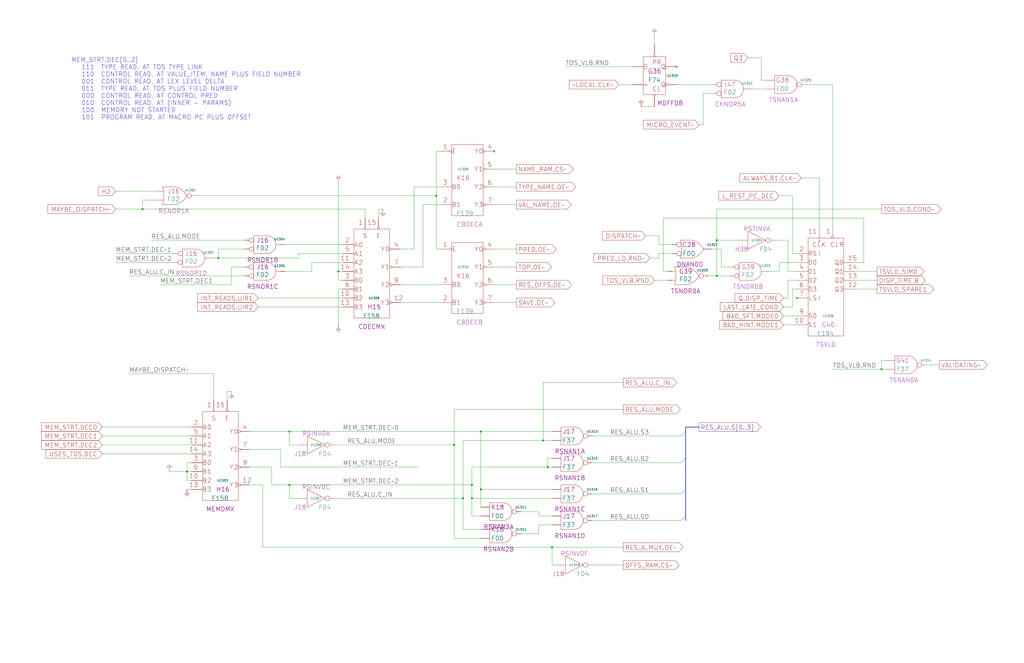
<source format=kicad_sch>
(kicad_sch (version 20211123) (generator eeschema)
  (paper "User" 584.2 378.46)
  (title_block (title "CS DISPLAY REGISTER CONTROL") (date "22-MAY-90") (rev "1.0") (comment 1 "SEQUENCER") (comment 2 "232-003064") (comment 3 "S400") (comment 4 "RELEASED"))
  (lib_symbols
    (symbol "r1000:F00" (pin_numbers hide) (pin_names hide)
      (property "Reference" "U" (at 15.24 0 0))
      (property "Value" "F00" (at 1.905 -5.08 0))
      (property "Location" "___" (at 1.905 0 0))
      (property "Name" "______" (at 2.54 -12.7 0))
      (symbol "F00_0_1"
        (polyline (pts (xy -2.54 -7.62) (xy 5.08 -7.62)) (stroke (width 0.1524)))
        (polyline (pts (xy -2.54 2.54) (xy -2.54 -7.62)) (stroke (width 0.1524)))
        (polyline (pts (xy -2.54 2.54) (xy 5.08 2.54)) (stroke (width 0.1524)))
        (arc (start 5.08 -7.62) (mid 10.1282 -2.54) (end 5.08 2.54) (stroke (width 0.1524)))
        (circle (center 11.43 -2.54) (radius 1.27) (stroke (width 0.1524)))
      )
      (symbol "F00_0_2"
        (circle (center -3.81 -5.08) (radius 1.27) (stroke (width 0.1524)))
        (circle (center -3.81 0) (radius 1.27) (stroke (width 0.1524)))
        (arc (start -3.175 -7.62) (mid -2.134 -2.54) (end -3.175 2.54) (stroke (width 0.1524)))
        (polyline (pts (xy -3.175 -7.62) (xy 3.81 -7.62)) (stroke (width 0.1524)))
        (polyline (pts (xy -3.175 2.54) (xy 3.81 2.54)) (stroke (width 0.1524)))
        (arc (start 3.81 -7.62) (mid 7.5855 -5.8306) (end 10.16 -2.54) (stroke (width 0.1524)))
        (arc (start 10.16 -2.54) (mid 7.5827 0.7471) (end 3.81 2.54) (stroke (width 0.1524)))
      )
      (symbol "F00_1_1"
        (pin input line (at -7.62 0 0) (length 5.08) (name "D0") (number "1"))
        (pin input line (at -7.62 -5.08 0) (length 5.08) (name "D1") (number "2"))
        (pin output line (at 15.24 -2.54 180) (length 2.54) (name "Q") (number "3"))
      )
      (symbol "F00_1_2"
        (pin input line (at -7.62 0 0) (length 2.54) (name "D0") (number "1"))
        (pin input line (at -7.62 -5.08 0) (length 2.54) (name "D1") (number "2"))
        (pin output line (at 15.24 -2.54 180) (length 5.08) (name "Q") (number "3"))
      )
    )
    (symbol "r1000:F02" (pin_numbers hide) (pin_names hide)
      (property "Reference" "U" (at 12.16 0.635 0))
      (property "Value" "F02" (at -1.27 -4.445 0))
      (property "Location" "___" (at 2.54 0 0))
      (property "Name" "______" (at 2.54 -12.7 0))
      (symbol "F02_0_1"
        (arc (start -3.81 -7.62) (mid -2.9847 -2.54) (end -3.81 2.54) (stroke (width 0.1524)))
        (polyline (pts (xy -5.08 -5.08) (xy -3.175 -5.08)) (stroke (width 0.1524)))
        (polyline (pts (xy -5.08 0) (xy -3.175 0)) (stroke (width 0.1524)))
        (polyline (pts (xy -3.81 -7.62) (xy 2.54 -7.62)) (stroke (width 0.1524)))
        (polyline (pts (xy -3.81 2.54) (xy 2.54 2.54)) (stroke (width 0.1524)))
        (polyline (pts (xy 13.97 -2.54) (xy 12.7 -2.54)) (stroke (width 0.1524)))
        (arc (start 2.54 -7.62) (mid 6.9515 -5.9823) (end 10.16 -2.54) (stroke (width 0.1524)))
        (arc (start 10.16 -2.54) (mid 6.9478 0.8966) (end 2.54 2.54) (stroke (width 0.1524)))
        (circle (center 11.43 -2.54) (radius 1.27) (stroke (width 0.1524)))
      )
      (symbol "F02_0_2"
        (circle (center -3.81 -5.08) (radius 1.27) (stroke (width 0.1524)))
        (circle (center -3.81 0) (radius 1.27) (stroke (width 0.1524)))
        (polyline (pts (xy -2.54 -7.62) (xy 5.08 -7.62)) (stroke (width 0.1524)))
        (polyline (pts (xy -2.54 2.54) (xy -2.54 -7.62)) (stroke (width 0.1524)))
        (polyline (pts (xy -2.54 2.54) (xy 5.08 2.54)) (stroke (width 0.1524)))
        (polyline (pts (xy 11.43 -2.54) (xy 10.16 -2.54)) (stroke (width 0.1524)))
        (polyline (pts (xy 11.43 -2.54) (xy 12.7 -2.54)) (stroke (width 0.1524)))
        (arc (start 5.08 -7.62) (mid 10.1282 -2.54) (end 5.08 2.54) (stroke (width 0.1524)))
      )
      (symbol "F02_1_1"
        (pin input line (at -7.62 0 0) (length 2.54) (name "D0") (number "1"))
        (pin input line (at -7.62 -5.08 0) (length 2.54) (name "D1") (number "2"))
        (pin output line (at 15.24 -2.54 180) (length 1.27) (name "Q") (number "3"))
      )
      (symbol "F02_1_2"
        (pin input line (at -7.62 0 0) (length 2.54) (name "D0") (number "1"))
        (pin input line (at -7.62 -5.08 0) (length 2.54) (name "D1") (number "2"))
        (pin output line (at 15.24 -2.54 180) (length 2.54) (name "Q") (number "3"))
      )
    )
    (symbol "r1000:F04" (pin_numbers hide) (pin_names hide)
      (property "Reference" "U" (at 0 0 0))
      (property "Value" "F04" (at 1.27 -5.08 0))
      (property "Location" "___" (at -12.7 -5.08 0))
      (property "Name" "______" (at 0 5.08 0))
      (symbol "F04_0_1"
        (polyline (pts (xy -7.62 0) (xy -5.08 0)) (stroke (width 0.1524)))
        (polyline (pts (xy -5.08 5.08) (xy -5.08 -5.08)) (stroke (width 0.1524)))
        (polyline (pts (xy 5.08 0) (xy -5.08 -5.08)) (stroke (width 0.1524)))
        (polyline (pts (xy 5.08 0) (xy -5.08 5.08)) (stroke (width 0.1524)))
        (circle (center 6.35 0) (radius 1.27) (stroke (width 0.1524)))
      )
      (symbol "F04_1_1"
        (pin input line (at -10.16 0 0) (length 2.54) (name "D") (number "1"))
        (pin output line (at 10.16 0 180) (length 2.54) (name "Q") (number "2"))
      )
    )
    (symbol "r1000:F139" (pin_numbers hide) (pin_names (offset 1.016) hide)
      (property "Reference" "U" (at 2.54 5.08 0))
      (property "Value" "F139" (at -1.27 -20.32 0))
      (property "Location" "___" (at -1.27 0 0))
      (property "Name" "______" (at 6.35 -27.94 0))
      (symbol "F139_1_1"
        (circle (center -4.445 15.24) (radius 0.635))
        (rectangle (start -3.81 19.05) (end 13.97 -21.59))
        (circle (center 14.605 -15.24) (radius 0.635))
        (circle (center 14.605 -5.08) (radius 0.635))
        (circle (center 14.605 5.08) (radius 0.635))
        (circle (center 14.605 15.24) (radius 0.635))
        (text "0" (at 0 -5.08 0) (effects (font (size 2.54 2.54))))
        (text "0" (at 12.7 15.24 0) (effects (font (size 2.54 2.54))))
        (text "1" (at -7.62 17.78 0) (effects (font (size 2.54 2.54))))
        (text "1" (at 0 -15.24 0) (effects (font (size 2.54 2.54))))
        (text "1" (at 12.7 5.08 0) (effects (font (size 2.54 2.54))))
        (text "2" (at -7.62 -12.7 0) (effects (font (size 2.54 2.54))))
        (text "2" (at 12.7 -5.08 0) (effects (font (size 2.54 2.54))))
        (text "3" (at -7.62 -2.54 0) (effects (font (size 2.54 2.54))))
        (text "3" (at 12.7 -15.24 0) (effects (font (size 2.54 2.54))))
        (text "4" (at 17.78 17.78 0) (effects (font (size 2.54 2.54))))
        (text "5" (at 17.78 7.62 0) (effects (font (size 2.54 2.54))))
        (text "6" (at 17.78 -2.54 0) (effects (font (size 2.54 2.54))))
        (text "7" (at 17.78 -12.7 0) (effects (font (size 2.54 2.54))))
        (text "B" (at -2.54 -15.24 0) (effects (font (size 2.54 2.54))))
        (text "B" (at -2.54 -5.08 0) (effects (font (size 2.54 2.54))))
        (text "E" (at -2.54 15.24 0) (effects (font (size 2.54 2.54))))
        (text "Y" (at 10.16 -15.24 0) (effects (font (size 2.54 2.54))))
        (text "Y" (at 10.16 -5.08 0) (effects (font (size 2.54 2.54))))
        (text "Y" (at 10.16 5.08 0) (effects (font (size 2.54 2.54))))
        (text "Y" (at 10.16 15.24 0) (effects (font (size 2.54 2.54))))
        (pin input line (at -10.16 15.24 0) (length 5.08) (name "E_") (number "1"))
        (pin input line (at -10.16 -15.24 0) (length 6.35) (name "B1") (number "2"))
        (pin input line (at -10.16 -5.08 0) (length 6.35) (name "B0") (number "3"))
        (pin output line (at 20.32 15.24 180) (length 5.08) (name "Y0_") (number "4"))
        (pin output line (at 20.32 5.08 180) (length 5.08) (name "Y1_") (number "5"))
        (pin output line (at 20.32 -5.08 180) (length 5.08) (name "Y2_") (number "6"))
        (pin output line (at 20.32 -15.24 180) (length 5.08) (name "Y3_") (number "7"))
      )
    )
    (symbol "r1000:F158" (pin_numbers hide) (pin_names (offset 1.016) hide)
      (property "Reference" "U" (at 2.54 5.08 0))
      (property "Value" "F158" (at -3.81 -5.08 0))
      (property "Location" "___" (at -1.27 0 0))
      (property "Name" "______" (at 1.27 -12.7 0))
      (symbol "F158_1_1"
        (rectangle (start -8.89 44.45) (end 11.43 -6.35))
        (circle (center 5.08 45.085) (radius 0.635))
        (circle (center 12.065 2.54) (radius 0.635))
        (circle (center 12.065 12.7) (radius 0.635))
        (circle (center 12.065 22.86) (radius 0.635))
        (circle (center 12.065 33.02) (radius 0.635))
        (text "0" (at -12.7 7.62 0) (effects (font (size 2.54 2.54))))
        (text "0" (at -5.08 15.24 0) (effects (font (size 2.54 2.54))))
        (text "0" (at -5.08 35.56 0) (effects (font (size 2.54 2.54))))
        (text "0" (at 10.16 33.02 0) (effects (font (size 2.54 2.54))))
        (text "1" (at -15.24 2.54 0) (effects (font (size 2.54 2.54))))
        (text "1" (at -15.24 7.62 0) (effects (font (size 2.54 2.54))))
        (text "1" (at -15.24 22.86 0) (effects (font (size 2.54 2.54))))
        (text "1" (at -15.24 27.94 0) (effects (font (size 2.54 2.54))))
        (text "1" (at -12.7 27.94 0) (effects (font (size 2.54 2.54))))
        (text "1" (at -5.08 10.16 0) (effects (font (size 2.54 2.54))))
        (text "1" (at -5.08 30.48 0) (effects (font (size 2.54 2.54))))
        (text "1" (at -5.08 48.26 0) (effects (font (size 2.54 2.54))))
        (text "1" (at 0 48.26 0) (effects (font (size 2.54 2.54))))
        (text "1" (at 10.16 22.86 0) (effects (font (size 2.54 2.54))))
        (text "1" (at 15.24 5.08 0) (effects (font (size 2.54 2.54))))
        (text "2" (at -12.7 38.1 0) (effects (font (size 2.54 2.54))))
        (text "2" (at -5.08 5.08 0) (effects (font (size 2.54 2.54))))
        (text "2" (at -5.08 25.4 0) (effects (font (size 2.54 2.54))))
        (text "2" (at 10.16 12.7 0) (effects (font (size 2.54 2.54))))
        (text "2" (at 17.78 5.08 0) (effects (font (size 2.54 2.54))))
        (text "3" (at -12.7 2.54 0) (effects (font (size 2.54 2.54))))
        (text "3" (at -12.7 17.78 0) (effects (font (size 2.54 2.54))))
        (text "3" (at -5.08 0 0) (effects (font (size 2.54 2.54))))
        (text "3" (at -5.08 20.32 0) (effects (font (size 2.54 2.54))))
        (text "3" (at 10.16 2.54 0) (effects (font (size 2.54 2.54))))
        (text "4" (at -12.7 22.86 0) (effects (font (size 2.54 2.54))))
        (text "4" (at 15.24 35.56 0) (effects (font (size 2.54 2.54))))
        (text "5" (at -12.7 33.02 0) (effects (font (size 2.54 2.54))))
        (text "5" (at 2.54 48.26 0) (effects (font (size 2.54 2.54))))
        (text "6" (at -12.7 12.7 0) (effects (font (size 2.54 2.54))))
        (text "7" (at 15.24 25.4 0) (effects (font (size 2.54 2.54))))
        (text "9" (at 15.24 15.24 0) (effects (font (size 2.54 2.54))))
        (text "A" (at -7.62 20.32 0) (effects (font (size 2.54 2.54))))
        (text "A" (at -7.62 25.4 0) (effects (font (size 2.54 2.54))))
        (text "A" (at -7.62 30.48 0) (effects (font (size 2.54 2.54))))
        (text "A" (at -7.62 35.56 0) (effects (font (size 2.54 2.54))))
        (text "B" (at -7.62 0 0) (effects (font (size 2.54 2.54))))
        (text "B" (at -7.62 5.08 0) (effects (font (size 2.54 2.54))))
        (text "B" (at -7.62 10.16 0) (effects (font (size 2.54 2.54))))
        (text "B" (at -7.62 15.24 0) (effects (font (size 2.54 2.54))))
        (text "E" (at 5.08 40.64 0) (effects (font (size 2.54 2.54))))
        (text "S" (at -2.54 40.64 0) (effects (font (size 2.54 2.54))))
        (text "Y" (at 7.62 2.54 0) (effects (font (size 2.54 2.54))))
        (text "Y" (at 7.62 12.7 0) (effects (font (size 2.54 2.54))))
        (text "Y" (at 7.62 22.86 0) (effects (font (size 2.54 2.54))))
        (text "Y" (at 7.62 33.02 0) (effects (font (size 2.54 2.54))))
        (pin input line (at -2.54 50.8 270) (length 6.35) (name "S") (number "1"))
        (pin input line (at -15.24 5.08 0) (length 6.35) (name "B2") (number "10"))
        (pin input line (at -15.24 25.4 0) (length 6.35) (name "A2") (number "11"))
        (pin output line (at 17.78 2.54 180) (length 5.08) (name "Y3_") (number "12"))
        (pin input line (at -15.24 0 0) (length 6.35) (name "B3") (number "13"))
        (pin input line (at -15.24 20.32 0) (length 6.35) (name "A3") (number "14"))
        (pin input line (at 5.08 50.8 270) (length 5.08) (name "E_") (number "15"))
        (pin input line (at -15.24 35.56 0) (length 6.35) (name "A0") (number "2"))
        (pin input line (at -15.24 15.24 0) (length 6.35) (name "B0") (number "3"))
        (pin output line (at 17.78 33.02 180) (length 5.08) (name "Y0_") (number "4"))
        (pin input line (at -15.24 30.48 0) (length 6.35) (name "A1") (number "5"))
        (pin input line (at -15.24 10.16 0) (length 6.35) (name "B1") (number "6"))
        (pin output line (at 17.78 22.86 180) (length 5.08) (name "Y1_") (number "7"))
        (pin output line (at 17.78 12.7 180) (length 5.08) (name "Y2_") (number "9"))
      )
    )
    (symbol "r1000:F194" (pin_numbers hide) (pin_names (offset 1.016) hide)
      (property "Reference" "U" (at 2.54 5.08 0))
      (property "Value" "F194" (at -3.81 -5.08 0))
      (property "Location" "___" (at -1.27 0 0))
      (property "Name" "______" (at 1.27 -12.7 0))
      (symbol "F194_1_1"
        (rectangle (start -8.89 49.53) (end 11.43 -6.35))
        (circle (center 5.08 50.165) (radius 0.635))
        (text "0" (at -12.7 2.54 0) (effects (font (size 2.54 2.54))))
        (text "0" (at -5.08 5.08 0) (effects (font (size 2.54 2.54))))
        (text "0" (at -5.08 35.56 0) (effects (font (size 2.54 2.54))))
        (text "0" (at 10.16 35.56 0) (effects (font (size 2.54 2.54))))
        (text "1" (at -15.24 2.54 0) (effects (font (size 2.54 2.54))))
        (text "1" (at -7.62 53.34 0) (effects (font (size 2.54 2.54))))
        (text "1" (at -5.08 0 0) (effects (font (size 2.54 2.54))))
        (text "1" (at -5.08 30.48 0) (effects (font (size 2.54 2.54))))
        (text "1" (at -5.08 53.34 0) (effects (font (size 2.54 2.54))))
        (text "1" (at 2.54 53.34 0) (effects (font (size 2.54 2.54))))
        (text "1" (at 10.16 30.48 0) (effects (font (size 2.54 2.54))))
        (text "1" (at 15.24 22.86 0) (effects (font (size 2.54 2.54))))
        (text "1" (at 15.24 27.94 0) (effects (font (size 2.54 2.54))))
        (text "1" (at 15.24 33.02 0) (effects (font (size 2.54 2.54))))
        (text "1" (at 15.24 38.1 0) (effects (font (size 2.54 2.54))))
        (text "2" (at -12.7 43.18 0) (effects (font (size 2.54 2.54))))
        (text "2" (at -5.08 25.4 0) (effects (font (size 2.54 2.54))))
        (text "2" (at 10.16 25.4 0) (effects (font (size 2.54 2.54))))
        (text "2" (at 17.78 22.86 0) (effects (font (size 2.54 2.54))))
        (text "3" (at -12.7 38.1 0) (effects (font (size 2.54 2.54))))
        (text "3" (at -5.08 20.32 0) (effects (font (size 2.54 2.54))))
        (text "3" (at 10.16 20.32 0) (effects (font (size 2.54 2.54))))
        (text "3" (at 17.78 27.94 0) (effects (font (size 2.54 2.54))))
        (text "4" (at -12.7 33.02 0) (effects (font (size 2.54 2.54))))
        (text "4" (at 17.78 33.02 0) (effects (font (size 2.54 2.54))))
        (text "5" (at -12.7 27.94 0) (effects (font (size 2.54 2.54))))
        (text "5" (at 17.78 38.1 0) (effects (font (size 2.54 2.54))))
        (text "6" (at -12.7 22.86 0) (effects (font (size 2.54 2.54))))
        (text "7" (at -12.7 17.78 0) (effects (font (size 2.54 2.54))))
        (text "9" (at -12.7 7.62 0) (effects (font (size 2.54 2.54))))
        (text "C" (at -5.08 45.72 0) (effects (font (size 2.54 2.54))))
        (text "C" (at 5.08 45.72 0) (effects (font (size 2.54 2.54))))
        (text "D" (at -7.62 20.32 0) (effects (font (size 2.54 2.54))))
        (text "D" (at -7.62 25.4 0) (effects (font (size 2.54 2.54))))
        (text "D" (at -7.62 30.48 0) (effects (font (size 2.54 2.54))))
        (text "D" (at -7.62 35.56 0) (effects (font (size 2.54 2.54))))
        (text "I" (at -2.54 15.24 0) (effects (font (size 2.54 2.54))))
        (text "I" (at -2.54 40.64 0) (effects (font (size 2.54 2.54))))
        (text "K" (at 0 45.72 0) (effects (font (size 2.54 2.54))))
        (text "L" (at -7.62 15.24 0) (effects (font (size 2.54 2.54))))
        (text "L" (at -2.54 45.72 0) (effects (font (size 2.54 2.54))))
        (text "L" (at 7.62 45.72 0) (effects (font (size 2.54 2.54))))
        (text "Q" (at 7.62 20.32 0) (effects (font (size 2.54 2.54))))
        (text "Q" (at 7.62 25.4 0) (effects (font (size 2.54 2.54))))
        (text "Q" (at 7.62 30.48 0) (effects (font (size 2.54 2.54))))
        (text "Q" (at 7.62 35.56 0) (effects (font (size 2.54 2.54))))
        (text "R" (at -7.62 40.64 0) (effects (font (size 2.54 2.54))))
        (text "R" (at 10.16 45.72 0) (effects (font (size 2.54 2.54))))
        (text "S" (at -7.62 0 0) (effects (font (size 2.54 2.54))))
        (text "S" (at -7.62 5.08 0) (effects (font (size 2.54 2.54))))
        (text "S" (at -5.08 15.24 0) (effects (font (size 2.54 2.54))))
        (text "S" (at -5.08 40.64 0) (effects (font (size 2.54 2.54))))
        (text "v" (at -2.54 48.26 0) (effects (font (size 2.54 2.54))))
        (pin input line (at 5.08 55.88 270) (length 5.08) (name "CLR_") (number "1"))
        (pin input line (at -15.24 0 0) (length 6.35) (name "S1") (number "10"))
        (pin input line (at -2.54 55.88 270) (length 6.35) (name "CLK") (number "11"))
        (pin output line (at 17.78 20.32 180) (length 6.35) (name "Q3") (number "12"))
        (pin output line (at 17.78 25.4 180) (length 6.35) (name "Q2") (number "13"))
        (pin output line (at 17.78 30.48 180) (length 6.35) (name "Q1") (number "14"))
        (pin output line (at 17.78 35.56 180) (length 6.35) (name "Q0") (number "15"))
        (pin input line (at -15.24 40.64 0) (length 6.35) (name "RSI") (number "2"))
        (pin input line (at -15.24 35.56 0) (length 6.35) (name "D0") (number "3"))
        (pin input line (at -15.24 30.48 0) (length 6.35) (name "D1") (number "4"))
        (pin input line (at -15.24 25.4 0) (length 6.35) (name "D2") (number "5"))
        (pin input line (at -15.24 20.32 0) (length 6.35) (name "D3") (number "6"))
        (pin input line (at -15.24 15.24 0) (length 6.35) (name "LSI") (number "7"))
        (pin input line (at -15.24 5.08 0) (length 6.35) (name "S0") (number "9"))
      )
    )
    (symbol "r1000:F37" (pin_numbers hide) (pin_names (offset 0) hide)
      (property "Reference" "U" (at 15.24 0 0))
      (property "Value" "F37" (at 1.905 -5.08 0))
      (property "Location" "___" (at 1.905 0 0))
      (property "Name" "______" (at 2.54 -12.7 0))
      (symbol "F37_0_1"
        (polyline (pts (xy -2.54 -7.62) (xy 5.08 -7.62)) (stroke (width 0.1524)))
        (polyline (pts (xy -2.54 2.54) (xy -2.54 -7.62)) (stroke (width 0.1524)))
        (polyline (pts (xy -2.54 2.54) (xy 5.08 2.54)) (stroke (width 0.1524)))
        (arc (start 5.08 -7.62) (mid 10.1282 -2.54) (end 5.08 2.54) (stroke (width 0.1524)))
        (circle (center 11.43 -2.54) (radius 1.27) (stroke (width 0.1524)))
      )
      (symbol "F37_0_2"
        (circle (center -3.81 -5.08) (radius 1.27) (stroke (width 0.1524)))
        (circle (center -3.81 0) (radius 1.27) (stroke (width 0.1524)))
        (arc (start -3.175 -7.62) (mid -2.134 -2.54) (end -3.175 2.54) (stroke (width 0.1524)))
        (polyline (pts (xy -3.175 -7.62) (xy 3.81 -7.62)) (stroke (width 0.1524)))
        (polyline (pts (xy -3.175 2.54) (xy 3.81 2.54)) (stroke (width 0.1524)))
        (arc (start 3.81 -7.62) (mid 7.5855 -5.8306) (end 10.16 -2.54) (stroke (width 0.1524)))
        (arc (start 10.16 -2.54) (mid 7.5827 0.7471) (end 3.81 2.54) (stroke (width 0.1524)))
      )
      (symbol "F37_1_1"
        (pin input line (at -7.62 0 0) (length 5.08) (name "D0") (number "1"))
        (pin input line (at -7.62 -5.08 0) (length 5.08) (name "D1") (number "2"))
        (pin output line (at 15.24 -2.54 180) (length 2.54) (name "Q") (number "3"))
      )
      (symbol "F37_1_2"
        (pin input line (at -7.62 0 0) (length 2.54) (name "D0") (number "1"))
        (pin input line (at -7.62 -5.08 0) (length 2.54) (name "D1") (number "2"))
        (pin output line (at 15.24 -2.54 180) (length 5.08) (name "Q") (number "3"))
      )
    )
    (symbol "r1000:F74" (pin_numbers hide) (pin_names (offset 1.016) hide)
      (property "Reference" "U" (at 12.7 -2.54 0))
      (property "Value" "F74" (at -1.27 -5.08 0))
      (property "Location" "___" (at -1.27 0 0))
      (property "Name" "______" (at 11.43 -19.685 0))
      (symbol "F74_0_1"
        (rectangle (start -3.81 8.255) (end 8.89 -13.335) (stroke (width 0.1524)))
        (polyline (pts (xy 2.54 -15.24) (xy 2.54 -14.605)) (stroke (width 0.1524)))
        (polyline (pts (xy 2.54 10.16) (xy 2.54 9.525)) (stroke (width 0.1524)))
      )
      (symbol "F74_1_1"
        (circle (center 2.54 -13.97) (radius 0.635))
        (circle (center 2.54 8.89) (radius 0.635))
        (circle (center 9.525 -7.62) (radius 0.635))
        (text ">" (at -2.54 -7.62 0) (effects (font (size 2.54 2.54))))
        (text "C" (at 2.54 -10.16 0) (effects (font (size 2.54 2.54))))
        (text "D" (at -2.54 2.54 0) (effects (font (size 2.54 2.54))))
        (text "L" (at 5.08 -10.16 0) (effects (font (size 2.54 2.54))))
        (text "P" (at 2.54 5.08 0) (effects (font (size 2.54 2.54))))
        (text "Q" (at 7.62 -7.62 0) (effects (font (size 2.54 2.54))))
        (text "Q" (at 7.62 2.54 0) (effects (font (size 2.54 2.54))))
        (text "R" (at 5.08 5.08 0) (effects (font (size 2.54 2.54))))
        (pin input line (at 2.54 -20.32 90) (length 5.08) (name "CL_") (number "1"))
        (pin input line (at -10.16 2.54 0) (length 6.35) (name "D") (number "2"))
        (pin input line (at -10.16 -7.62 0) (length 6.35) (name "CLK") (number "3"))
        (pin input line (at 2.54 15.24 270) (length 5.08) (name "PR_") (number "4"))
        (pin output line (at 15.24 2.54 180) (length 6.35) (name "Q") (number "5"))
        (pin output line (at 15.24 -7.62 180) (length 5.08) (name "Q_") (number "6"))
      )
    )
    (symbol "r1000:PD" (power) (pin_numbers hide) (pin_names hide) (in_bom no)
      (symbol "PD_0_1"
        (polyline (pts (xy 0 -2.54) (xy 1.27 -2.54) (xy 0 -3.81) (xy -1.27 -2.54) (xy 0 -2.54)) (stroke (width 0.1524)))
      )
      (symbol "PD_1_1"
        (pin power_in line (at 0 0 270) (length 2.54) (name "PD") (number "1"))
      )
    )
    (symbol "r1000:PU" (power) (pin_numbers hide) (pin_names hide)
      (symbol "PU_0_1"
        (polyline (pts (xy 0 2.54) (xy -1.27 2.54) (xy 0 3.81) (xy 1.27 2.54) (xy 0 2.54)) (stroke (width 0.1524)))
      )
      (symbol "PU_1_1"
        (pin power_in line (at 0 0 90) (length 2.54) (name "PU") (number "1"))
      )
    )
  )
  (bus (pts (xy 391.16 243.84) (xy 391.16 246.38)))
  (bus (pts (xy 391.16 243.84) (xy 398.78 243.84)))
  (bus (pts (xy 391.16 246.38) (xy 391.16 261.62)))
  (bus (pts (xy 391.16 261.62) (xy 391.16 279.4)))
  (bus (pts (xy 391.16 279.4) (xy 391.16 294.64)))
  (bus (pts (xy 391.16 294.64) (xy 391.16 297.18)))
  (wire (pts (xy 106.68 264.16) (xy 106.68 269.24)))
  (wire (pts (xy 106.68 269.24) (xy 106.68 274.32)))
  (wire (pts (xy 106.68 269.24) (xy 109.22 269.24)))
  (wire (pts (xy 106.68 279.4) (xy 109.22 279.4)))
  (wire (pts (xy 109.22 264.16) (xy 106.68 264.16)))
  (wire (pts (xy 109.22 274.32) (xy 106.68 274.32)))
  (wire (pts (xy 111.76 111.76) (xy 248.92 111.76)))
  (wire (pts (xy 121.92 228.6) (xy 121.92 213.36)))
  (wire (pts (xy 124.46 142.24) (xy 124.46 147.32)))
  (wire (pts (xy 124.46 147.32) (xy 121.92 147.32)))
  (wire (pts (xy 124.46 147.32) (xy 170.18 147.32)))
  (wire (pts (xy 129.54 223.52) (xy 129.54 228.6)))
  (wire (pts (xy 132.08 152.4) (xy 132.08 162.56)))
  (wire (pts (xy 132.08 162.56) (xy 91.44 162.56)))
  (wire (pts (xy 132.08 223.52) (xy 129.54 223.52)))
  (wire (pts (xy 139.7 142.24) (xy 124.46 142.24)))
  (wire (pts (xy 139.7 152.4) (xy 132.08 152.4)))
  (wire (pts (xy 142.24 246.38) (xy 165.1 246.38)))
  (wire (pts (xy 142.24 256.54) (xy 160.02 256.54)))
  (wire (pts (xy 142.24 266.7) (xy 154.94 266.7)))
  (wire (pts (xy 142.24 276.86) (xy 149.86 276.86)))
  (wire (pts (xy 147.32 170.18) (xy 195.58 170.18)))
  (wire (pts (xy 147.32 175.26) (xy 195.58 175.26)))
  (wire (pts (xy 149.86 276.86) (xy 149.86 312.42)))
  (wire (pts (xy 149.86 312.42) (xy 314.96 312.42)))
  (wire (pts (xy 154.94 266.7) (xy 154.94 276.86)))
  (wire (pts (xy 154.94 276.86) (xy 165.1 276.86)))
  (wire (pts (xy 160.02 256.54) (xy 160.02 266.7)))
  (wire (pts (xy 160.02 266.7) (xy 238.76 266.7)))
  (wire (pts (xy 162.56 139.7) (xy 195.58 139.7)))
  (wire (pts (xy 162.56 154.94) (xy 177.8 154.94)))
  (wire (pts (xy 165.1 246.38) (xy 165.1 254)))
  (wire (pts (xy 165.1 246.38) (xy 274.32 246.38)))
  (wire (pts (xy 165.1 254) (xy 170.18 254)))
  (wire (pts (xy 165.1 276.86) (xy 165.1 284.48)))
  (wire (pts (xy 165.1 276.86) (xy 269.24 276.86)))
  (wire (pts (xy 165.1 284.48) (xy 170.18 284.48)))
  (wire (pts (xy 170.18 144.78) (xy 170.18 147.32)))
  (wire (pts (xy 177.8 149.86) (xy 177.8 154.94)))
  (wire (pts (xy 190.5 254) (xy 259.08 254)))
  (wire (pts (xy 190.5 284.48) (xy 264.16 284.48)))
  (wire (pts (xy 193.04 154.94) (xy 193.04 104.14)))
  (wire (pts (xy 193.04 154.94) (xy 195.58 154.94)))
  (wire (pts (xy 193.04 160.02) (xy 193.04 154.94)))
  (wire (pts (xy 193.04 165.1) (xy 193.04 185.42)))
  (wire (pts (xy 195.58 144.78) (xy 170.18 144.78)))
  (wire (pts (xy 195.58 149.86) (xy 177.8 149.86)))
  (wire (pts (xy 195.58 160.02) (xy 193.04 160.02)))
  (wire (pts (xy 195.58 165.1) (xy 193.04 165.1)))
  (wire (pts (xy 208.28 124.46) (xy 208.28 119.38)))
  (wire (pts (xy 215.9 119.38) (xy 218.44 119.38)))
  (wire (pts (xy 215.9 124.46) (xy 215.9 119.38)))
  (wire (pts (xy 228.6 142.24) (xy 236.22 142.24)))
  (wire (pts (xy 228.6 152.4) (xy 241.3 152.4)))
  (wire (pts (xy 228.6 162.56) (xy 251.46 162.56)))
  (wire (pts (xy 228.6 172.72) (xy 251.46 172.72)))
  (wire (pts (xy 236.22 106.68) (xy 251.46 106.68)))
  (wire (pts (xy 236.22 142.24) (xy 236.22 106.68)))
  (wire (pts (xy 241.3 116.84) (xy 251.46 116.84)))
  (wire (pts (xy 241.3 152.4) (xy 241.3 116.84)))
  (wire (pts (xy 248.92 111.76) (xy 248.92 86.36)))
  (wire (pts (xy 248.92 142.24) (xy 248.92 111.76)))
  (wire (pts (xy 248.92 86.36) (xy 251.46 86.36)))
  (wire (pts (xy 251.46 142.24) (xy 248.92 142.24)))
  (wire (pts (xy 259.08 233.68) (xy 355.6 233.68)))
  (wire (pts (xy 259.08 254) (xy 259.08 233.68)))
  (wire (pts (xy 259.08 254) (xy 259.08 307.34)))
  (wire (pts (xy 259.08 307.34) (xy 274.32 307.34)))
  (wire (pts (xy 264.16 251.46) (xy 309.88 251.46)))
  (wire (pts (xy 264.16 284.48) (xy 264.16 251.46)))
  (wire (pts (xy 264.16 284.48) (xy 264.16 302.26)))
  (wire (pts (xy 264.16 302.26) (xy 274.32 302.26)))
  (wire (pts (xy 269.24 266.7) (xy 312.42 266.7)))
  (wire (pts (xy 269.24 276.86) (xy 269.24 266.7)))
  (wire (pts (xy 269.24 276.86) (xy 269.24 284.48)))
  (wire (pts (xy 269.24 284.48) (xy 269.24 294.64)))
  (wire (pts (xy 269.24 284.48) (xy 314.96 284.48)))
  (wire (pts (xy 269.24 294.64) (xy 274.32 294.64)))
  (wire (pts (xy 274.32 246.38) (xy 274.32 279.4)))
  (wire (pts (xy 274.32 246.38) (xy 314.96 246.38)))
  (wire (pts (xy 274.32 279.4) (xy 274.32 289.56)))
  (wire (pts (xy 274.32 279.4) (xy 314.96 279.4)))
  (wire (pts (xy 281.94 106.68) (xy 294.64 106.68)))
  (wire (pts (xy 281.94 116.84) (xy 294.64 116.84)))
  (wire (pts (xy 281.94 142.24) (xy 294.64 142.24)))
  (wire (pts (xy 281.94 152.4) (xy 294.64 152.4)))
  (wire (pts (xy 281.94 162.56) (xy 294.64 162.56)))
  (wire (pts (xy 281.94 172.72) (xy 294.64 172.72)))
  (wire (pts (xy 281.94 96.52) (xy 294.64 96.52)))
  (wire (pts (xy 297.18 292.1) (xy 307.34 292.1)))
  (wire (pts (xy 297.18 304.8) (xy 307.34 304.8)))
  (wire (pts (xy 307.34 292.1) (xy 307.34 294.64)))
  (wire (pts (xy 307.34 294.64) (xy 314.96 294.64)))
  (wire (pts (xy 307.34 299.72) (xy 314.96 299.72)))
  (wire (pts (xy 307.34 304.8) (xy 307.34 299.72)))
  (wire (pts (xy 309.88 218.44) (xy 355.6 218.44)))
  (wire (pts (xy 309.88 251.46) (xy 309.88 218.44)))
  (wire (pts (xy 309.88 251.46) (xy 314.96 251.46)))
  (wire (pts (xy 312.42 261.62) (xy 312.42 266.7)))
  (wire (pts (xy 312.42 266.7) (xy 314.96 266.7)))
  (wire (pts (xy 314.96 261.62) (xy 312.42 261.62)))
  (wire (pts (xy 314.96 312.42) (xy 314.96 322.58)))
  (wire (pts (xy 314.96 312.42) (xy 355.6 312.42)))
  (wire (pts (xy 314.96 322.58) (xy 317.5 322.58)))
  (wire (pts (xy 322.58 38.1) (xy 360.68 38.1)))
  (wire (pts (xy 337.82 248.92) (xy 388.62 248.92)))
  (wire (pts (xy 337.82 264.16) (xy 388.62 264.16)))
  (wire (pts (xy 337.82 281.94) (xy 388.62 281.94)))
  (wire (pts (xy 337.82 297.18) (xy 388.62 297.18)))
  (wire (pts (xy 337.82 322.58) (xy 355.6 322.58)))
  (wire (pts (xy 353.06 48.26) (xy 360.68 48.26)))
  (wire (pts (xy 365.76 60.96) (xy 373.38 60.96)))
  (wire (pts (xy 368.3 134.62) (xy 375.92 134.62)))
  (wire (pts (xy 370.84 147.32) (xy 375.92 147.32)))
  (wire (pts (xy 373.38 160.02) (xy 381 160.02)))
  (wire (pts (xy 373.38 20.32) (xy 373.38 25.4)))
  (wire (pts (xy 375.92 139.7) (xy 375.92 134.62)))
  (wire (pts (xy 375.92 144.78) (xy 375.92 147.32)))
  (wire (pts (xy 378.46 124.46) (xy 492.76 124.46)))
  (wire (pts (xy 378.46 154.94) (xy 378.46 124.46)))
  (wire (pts (xy 381 154.94) (xy 378.46 154.94)))
  (wire (pts (xy 383.54 139.7) (xy 375.92 139.7)))
  (wire (pts (xy 383.54 144.78) (xy 375.92 144.78)))
  (wire (pts (xy 386.08 48.26) (xy 406.4 48.26)))
  (wire (pts (xy 398.78 71.12) (xy 401.32 71.12)))
  (wire (pts (xy 401.32 53.34) (xy 401.32 71.12)))
  (wire (pts (xy 403.86 157.48) (xy 408.94 157.48)))
  (wire (pts (xy 406.4 142.24) (xy 411.48 142.24)))
  (wire (pts (xy 406.4 53.34) (xy 401.32 53.34)))
  (wire (pts (xy 408.94 119.38) (xy 408.94 137.16)))
  (wire (pts (xy 408.94 137.16) (xy 408.94 157.48)))
  (wire (pts (xy 408.94 157.48) (xy 416.56 157.48)))
  (wire (pts (xy 411.48 152.4) (xy 411.48 142.24)))
  (wire (pts (xy 416.56 152.4) (xy 411.48 152.4)))
  (wire (pts (xy 421.64 137.16) (xy 408.94 137.16)))
  (wire (pts (xy 429.26 50.8) (xy 436.88 50.8)))
  (wire (pts (xy 434.34 33.02) (xy 426.72 33.02)))
  (wire (pts (xy 434.34 45.72) (xy 434.34 33.02)))
  (wire (pts (xy 436.88 45.72) (xy 434.34 45.72)))
  (wire (pts (xy 439.42 154.94) (xy 444.5 154.94)))
  (wire (pts (xy 444.5 149.86) (xy 444.5 154.94)))
  (wire (pts (xy 447.04 170.18) (xy 449.58 170.18)))
  (wire (pts (xy 447.04 175.26) (xy 452.12 175.26)))
  (wire (pts (xy 447.04 180.34) (xy 454.66 180.34)))
  (wire (pts (xy 447.04 185.42) (xy 454.66 185.42)))
  (wire (pts (xy 449.58 137.16) (xy 441.96 137.16)))
  (wire (pts (xy 449.58 154.94) (xy 449.58 137.16)))
  (wire (pts (xy 449.58 160.02) (xy 449.58 170.18)))
  (wire (pts (xy 452.12 111.76) (xy 444.5 111.76)))
  (wire (pts (xy 452.12 144.78) (xy 452.12 111.76)))
  (wire (pts (xy 452.12 165.1) (xy 452.12 175.26)))
  (wire (pts (xy 454.66 144.78) (xy 452.12 144.78)))
  (wire (pts (xy 454.66 149.86) (xy 444.5 149.86)))
  (wire (pts (xy 454.66 154.94) (xy 449.58 154.94)))
  (wire (pts (xy 454.66 160.02) (xy 449.58 160.02)))
  (wire (pts (xy 454.66 165.1) (xy 452.12 165.1)))
  (wire (pts (xy 459.74 48.26) (xy 474.98 48.26)))
  (wire (pts (xy 467.36 101.6) (xy 457.2 101.6)))
  (wire (pts (xy 467.36 129.54) (xy 467.36 101.6)))
  (wire (pts (xy 474.98 210.82) (xy 502.92 210.82)))
  (wire (pts (xy 474.98 48.26) (xy 474.98 129.54)))
  (wire (pts (xy 487.68 154.94) (xy 500.38 154.94)))
  (wire (pts (xy 487.68 160.02) (xy 500.38 160.02)))
  (wire (pts (xy 487.68 165.1) (xy 500.38 165.1)))
  (wire (pts (xy 492.76 124.46) (xy 492.76 149.86)))
  (wire (pts (xy 492.76 149.86) (xy 487.68 149.86)))
  (wire (pts (xy 502.92 119.38) (xy 408.94 119.38)))
  (wire (pts (xy 502.92 205.74) (xy 502.92 210.82)))
  (wire (pts (xy 502.92 210.82) (xy 505.46 210.82)))
  (wire (pts (xy 505.46 205.74) (xy 502.92 205.74)))
  (wire (pts (xy 528.32 208.28) (xy 535.94 208.28)))
  (wire (pts (xy 58.42 243.84) (xy 109.22 243.84)))
  (wire (pts (xy 58.42 248.92) (xy 109.22 248.92)))
  (wire (pts (xy 58.42 254) (xy 109.22 254)))
  (wire (pts (xy 58.42 259.08) (xy 109.22 259.08)))
  (wire (pts (xy 66.04 109.22) (xy 88.9 109.22)))
  (wire (pts (xy 66.04 119.38) (xy 81.28 119.38)))
  (wire (pts (xy 66.04 144.78) (xy 99.06 144.78)))
  (wire (pts (xy 66.04 149.86) (xy 99.06 149.86)))
  (wire (pts (xy 73.66 157.48) (xy 139.7 157.48)))
  (wire (pts (xy 73.66 213.36) (xy 121.92 213.36)))
  (wire (pts (xy 81.28 114.3) (xy 88.9 114.3)))
  (wire (pts (xy 81.28 119.38) (xy 208.28 119.38)))
  (wire (pts (xy 81.28 119.38) (xy 81.28 114.3)))
  (wire (pts (xy 86.36 137.16) (xy 139.7 137.16)))
  (wire (pts (xy 96.52 269.24) (xy 106.68 269.24)))
  (text "MEM_STRT.DEC[0..2]\n   111  TYPE READ, AT TOS TYPE LINK\n   110  CONTROL READ, AT VALUE_ITEM, NAME PLUS FIELD NUMBER\n   001  CONTROL READ, AT LEX LEVEL DELTA\n   011  TYPE READ, AT TOS PLUS FIELD NUMBER\n   000  CONTROL READ, AT CONTROL PRED\n   010  CONTROL READ, AT (INNER - PARAMS)\n   100  MEMORY NOT STARTED\n   101  PROGRAM READ, AT MACRO PC PLUS OFFSET" (at 40.64 68.58 0) (effects (font (size 2.54 2.54)) (justify left bottom)))
  (global_label "MEM_STRT.DEC0" (shape input) (at 58.42 243.84 180) (effects (font (size 2.54 2.54))) (property "Intersheet References" "${INTERSHEET_REFS}" (at 23.7188 243.6813 0) (effects (font (size 2.54 2.54)) (justify right))))
  (global_label "MEM_STRT.DEC1" (shape input) (at 58.42 248.92 180) (effects (font (size 2.54 2.54))) (property "Intersheet References" "${INTERSHEET_REFS}" (at 23.7188 248.7613 0) (effects (font (size 2.54 2.54)) (justify right))))
  (global_label "MEM_STRT.DEC2" (shape input) (at 58.42 254 180) (effects (font (size 2.54 2.54))) (property "Intersheet References" "${INTERSHEET_REFS}" (at 23.7188 253.8413 0) (effects (font (size 2.54 2.54)) (justify right))))
  (global_label "USES_TOS.DEC" (shape input) (at 58.42 259.08 180) (effects (font (size 2.54 2.54))) (property "Intersheet References" "${INTERSHEET_REFS}" (at 26.2588 258.9213 0) (effects (font (size 2.54 2.54)) (justify right))))
  (global_label "H2" (shape input) (at 66.04 109.22 180) (effects (font (size 2.54 2.54))) (property "Intersheet References" "${INTERSHEET_REFS}" (at 56.134 109.0613 0) (effects (font (size 2.54 2.54)) (justify right))))
  (global_label "MAYBE_DISPATCH~" (shape input) (at 66.04 119.38 180) (effects (font (size 2.54 2.54))) (property "Intersheet References" "${INTERSHEET_REFS}" (at 27.3473 119.2213 0) (effects (font (size 2.54 2.54)) (justify right))))
  (label "MEM_STRT.DEC~1" (at 66.04 144.78 0) (effects (font (size 2.54 2.54))))
  (label "MEM_STRT.DEC~2" (at 66.04 149.86 0) (effects (font (size 2.54 2.54))))
  (label "RES_ALU.C_IN" (at 73.66 157.48 0) (effects (font (size 2.54 2.54))))
  (label "MAYBE_DISPATCH~" (at 73.66 213.36 0) (effects (font (size 2.54 2.54))))
  (junction (at 81.28 119.38))
  (label "RES_ALU.MODE" (at 86.36 137.16 0) (effects (font (size 2.54 2.54))))
  (label "MEM_STRT.DEC1" (at 91.44 162.56 0) (effects (font (size 2.54 2.54))))
  (symbol (lib_id "r1000:F02") (at 96.52 109.22 0) (unit 1)
    (property "Reference" "U1301" (at 108.68 108.585 0))
    (property "Value" "F02" (at 95.25 113.665 0) (effects (font (size 2.54 2.54)) (justify left)))
    (property "Location" "J16" (at 99.06 109.22 0) (effects (font (size 2.54 2.54))))
    (property "Name" "RSNOR1A" (at 99.06 121.92 0) (effects (font (size 2.54 2.54)) (justify bottom)))
  )
  (symbol (lib_id "r1000:PU") (at 96.52 269.24 0) (unit 1)
    (property "Reference" "#PWR01301" (effects hide))
    (property "Value" "PU" (effects hide))
  )
  (symbol (lib_id "r1000:F02") (at 106.68 144.78 0) (unit 1) (convert 2)
    (property "Reference" "U1302" (at 118.84 144.145 0))
    (property "Value" "F02" (at 105.41 149.225 0) (effects (font (size 2.54 2.54)) (justify left)))
    (property "Location" "J16" (at 109.22 144.78 0) (effects (font (size 2.54 2.54))))
    (property "Name" "RSNOR1D" (at 109.22 157.48 0) (effects (font (size 2.54 2.54)) (justify bottom)))
  )
  (junction (at 106.68 269.24))
  (symbol (lib_id "r1000:PD") (at 106.68 279.4 0) (unit 1) (in_bom no)
    (property "Reference" "#PWR01302" (effects hide))
    (property "Value" "PD" (effects hide))
  )
  (junction (at 124.46 147.32))
  (symbol (lib_id "r1000:F158") (at 124.46 279.4 0) (unit 1)
    (property "Reference" "U1303" (at 127 274.32 0))
    (property "Value" "F158" (at 120.65 284.48 0) (effects (font (size 2.54 2.54)) (justify left)))
    (property "Location" "H16" (at 123.19 279.4 0) (effects (font (size 2.54 2.54)) (justify left)))
    (property "Name" "MEMDMX" (at 125.73 292.1 0) (effects (font (size 2.54 2.54)) (justify bottom)))
  )
  (symbol (lib_id "r1000:PD") (at 132.08 223.52 0) (unit 1) (in_bom no)
    (property "Reference" "#PWR01303" (effects hide))
    (property "Value" "PD" (effects hide))
  )
  (symbol (lib_id "r1000:F02") (at 147.32 137.16 0) (unit 1) (convert 2)
    (property "Reference" "U1304" (at 159.48 136.525 0))
    (property "Value" "F02" (at 146.05 141.605 0) (effects (font (size 2.54 2.54)) (justify left)))
    (property "Location" "J16" (at 149.86 137.16 0) (effects (font (size 2.54 2.54))))
    (property "Name" "RSNOR1B" (at 149.86 149.86 0) (effects (font (size 2.54 2.54)) (justify bottom)))
  )
  (symbol (lib_id "r1000:F02") (at 147.32 152.4 0) (unit 1) (convert 2)
    (property "Reference" "U1305" (at 159.48 151.765 0))
    (property "Value" "F02" (at 146.05 156.845 0) (effects (font (size 2.54 2.54)) (justify left)))
    (property "Location" "J16" (at 149.86 152.4 0) (effects (font (size 2.54 2.54))))
    (property "Name" "RSNOR1C" (at 149.86 165.1 0) (effects (font (size 2.54 2.54)) (justify bottom)))
  )
  (global_label "INT_READS.UIR1" (shape input) (at 147.32 170.18 180) (effects (font (size 2.54 2.54))) (property "Intersheet References" "${INTERSHEET_REFS}" (at 112.7397 170.0213 0) (effects (font (size 2.54 2.54)) (justify right))))
  (global_label "INT_READS.UIR2" (shape input) (at 147.32 175.26 180) (effects (font (size 2.54 2.54))) (property "Intersheet References" "${INTERSHEET_REFS}" (at 112.7397 175.1013 0) (effects (font (size 2.54 2.54)) (justify right))))
  (junction (at 165.1 246.38))
  (junction (at 165.1 276.86))
  (symbol (lib_id "r1000:F04") (at 180.34 254 0) (unit 1)
    (property "Reference" "U1306" (at 180.34 254 0))
    (property "Value" "F04" (at 181.61 259.08 0) (effects (font (size 2.54 2.54)) (justify left)))
    (property "Location" "J18" (at 167.64 259.08 0) (effects (font (size 2.54 2.54)) (justify left)))
    (property "Name" "RSINV0A" (at 180.34 248.92 0) (effects (font (size 2.54 2.54)) (justify bottom)))
  )
  (symbol (lib_id "r1000:F04") (at 180.34 284.48 0) (unit 1)
    (property "Reference" "U1307" (at 180.34 284.48 0))
    (property "Value" "F04" (at 181.61 289.56 0) (effects (font (size 2.54 2.54)) (justify left)))
    (property "Location" "J18" (at 167.64 289.56 0) (effects (font (size 2.54 2.54)) (justify left)))
    (property "Name" "RSINV0C" (at 180.34 279.4 0) (effects (font (size 2.54 2.54)) (justify bottom)))
  )
  (symbol (lib_id "r1000:PU") (at 193.04 104.14 0) (unit 1)
    (property "Reference" "#PWR01304" (effects hide))
    (property "Value" "PU" (effects hide))
  )
  (junction (at 193.04 154.94))
  (symbol (lib_id "r1000:PD") (at 193.04 185.42 0) (unit 1) (in_bom no)
    (property "Reference" "#PWR01305" (effects hide))
    (property "Value" "PD" (effects hide))
  )
  (label "MEM_STRT.DEC~0" (at 195.58 246.38 0) (effects (font (size 2.54 2.54))))
  (label "MEM_STRT.DEC~1" (at 195.58 266.7 0) (effects (font (size 2.54 2.54))))
  (label "MEM_STRT.DEC~2" (at 195.58 276.86 0) (effects (font (size 2.54 2.54))))
  (label "RES_ALU.MODE" (at 198.12 254 0) (effects (font (size 2.54 2.54))))
  (label "RES_ALU.C_IN" (at 198.12 284.48 0) (effects (font (size 2.54 2.54))))
  (symbol (lib_id "r1000:F158") (at 210.82 175.26 0) (unit 1)
    (property "Reference" "U1308" (at 213.36 170.18 0))
    (property "Value" "F158" (at 207.01 180.34 0) (effects (font (size 2.54 2.54)) (justify left)))
    (property "Location" "H15" (at 209.55 175.26 0) (effects (font (size 2.54 2.54)) (justify left)))
    (property "Name" "CDECMX" (at 212.09 187.96 0) (effects (font (size 2.54 2.54)) (justify bottom)))
  )
  (symbol (lib_id "r1000:PD") (at 218.44 119.38 0) (unit 1) (in_bom no)
    (property "Reference" "#PWR01306" (effects hide))
    (property "Value" "PD" (effects hide))
  )
  (junction (at 248.92 111.76))
  (junction (at 259.08 254))
  (symbol (lib_id "r1000:F139") (at 261.62 101.6 0) (unit 1)
    (property "Reference" "U1309" (at 264.16 96.52 0))
    (property "Value" "F139" (at 260.35 121.92 0) (effects (font (size 2.54 2.54)) (justify left)))
    (property "Location" "K16" (at 260.35 101.6 0) (effects (font (size 2.54 2.54)) (justify left)))
    (property "Name" "CBDECA" (at 267.97 129.54 0) (effects (font (size 2.54 2.54)) (justify bottom)))
  )
  (symbol (lib_id "r1000:F139") (at 261.62 157.48 0) (unit 1)
    (property "Reference" "U1310" (at 264.16 152.4 0))
    (property "Value" "F139" (at 260.35 177.8 0) (effects (font (size 2.54 2.54)) (justify left)))
    (property "Location" "K16" (at 260.35 157.48 0) (effects (font (size 2.54 2.54)) (justify left)))
    (property "Name" "CBDECB" (at 267.97 185.42 0) (effects (font (size 2.54 2.54)) (justify bottom)))
  )
  (junction (at 264.16 284.48))
  (junction (at 269.24 276.86))
  (junction (at 269.24 284.48))
  (junction (at 274.32 246.38))
  (junction (at 274.32 279.4))
  (no_connect (at 281.94 86.36))
  (symbol (lib_id "r1000:F00") (at 281.94 289.56 0) (unit 1)
    (property "Reference" "U1311" (at 297.18 289.56 0))
    (property "Value" "F00" (at 283.845 294.64 0) (effects (font (size 2.54 2.54))))
    (property "Location" "K18" (at 283.845 289.56 0) (effects (font (size 2.54 2.54))))
    (property "Name" "RSNAN2A" (at 284.48 302.26 0) (effects (font (size 2.54 2.54)) (justify bottom)))
  )
  (symbol (lib_id "r1000:F00") (at 281.94 302.26 0) (unit 1)
    (property "Reference" "U1312" (at 297.18 302.26 0))
    (property "Value" "F00" (at 283.845 307.34 0) (effects (font (size 2.54 2.54))))
    (property "Location" "K18" (at 283.845 302.26 0) (effects (font (size 2.54 2.54))))
    (property "Name" "RSNAN2B" (at 284.48 314.96 0) (effects (font (size 2.54 2.54)) (justify bottom)))
  )
  (global_label "NAME_RAM.CS~" (shape output) (at 294.64 96.52 0) (effects (font (size 2.54 2.54))) (property "Intersheet References" "${INTERSHEET_REFS}" (at 327.0431 96.3613 0) (effects (font (size 2.54 2.54)) (justify left))))
  (global_label "TYPE_NAME.OE~" (shape output) (at 294.64 106.68 0) (effects (font (size 2.54 2.54))) (property "Intersheet References" "${INTERSHEET_REFS}" (at 328.3736 106.5213 0) (effects (font (size 2.54 2.54)) (justify left))))
  (global_label "VAL_NAME.OE~" (shape output) (at 294.64 116.84 0) (effects (font (size 2.54 2.54))) (property "Intersheet References" "${INTERSHEET_REFS}" (at 325.8336 116.6813 0) (effects (font (size 2.54 2.54)) (justify left))))
  (global_label "PRED.OE~" (shape output) (at 294.64 142.24 0) (effects (font (size 2.54 2.54))) (property "Intersheet References" "${INTERSHEET_REFS}" (at 317.367 142.0813 0) (effects (font (size 2.54 2.54)) (justify left))))
  (global_label "TOP.OE~" (shape output) (at 294.64 152.4 0) (effects (font (size 2.54 2.54))) (property "Intersheet References" "${INTERSHEET_REFS}" (at 314.585 152.2413 0) (effects (font (size 2.54 2.54)) (justify left))))
  (global_label "RES_OFFS.OE~" (shape output) (at 294.64 162.56 0) (effects (font (size 2.54 2.54))) (property "Intersheet References" "${INTERSHEET_REFS}" (at 326.0755 162.4013 0) (effects (font (size 2.54 2.54)) (justify left))))
  (global_label "SAVE.OE~" (shape output) (at 294.64 172.72 0) (effects (font (size 2.54 2.54))) (property "Intersheet References" "${INTERSHEET_REFS}" (at 316.5203 172.5613 0) (effects (font (size 2.54 2.54)) (justify left))))
  (junction (at 309.88 251.46))
  (junction (at 312.42 266.7))
  (junction (at 314.96 312.42))
  (label "TOS_VLB.RND" (at 322.58 38.1 0) (effects (font (size 2.54 2.54))))
  (symbol (lib_id "r1000:F37") (at 322.58 246.38 0) (unit 1)
    (property "Reference" "U1313" (at 337.82 246.38 0))
    (property "Value" "F37" (at 324.485 251.46 0) (effects (font (size 2.54 2.54))))
    (property "Location" "J17" (at 324.485 246.38 0) (effects (font (size 2.54 2.54))))
    (property "Name" "RSNAN1A" (at 325.12 259.08 0) (effects (font (size 2.54 2.54)) (justify bottom)))
  )
  (symbol (lib_id "r1000:F37") (at 322.58 261.62 0) (unit 1)
    (property "Reference" "U1315" (at 337.82 261.62 0))
    (property "Value" "F37" (at 324.485 266.7 0) (effects (font (size 2.54 2.54))))
    (property "Location" "J17" (at 324.485 261.62 0) (effects (font (size 2.54 2.54))))
    (property "Name" "RSNAN1B" (at 325.12 274.32 0) (effects (font (size 2.54 2.54)) (justify bottom)))
  )
  (symbol (lib_id "r1000:F37") (at 322.58 279.4 0) (unit 1)
    (property "Reference" "U1316" (at 337.82 279.4 0))
    (property "Value" "F37" (at 324.485 284.48 0) (effects (font (size 2.54 2.54))))
    (property "Location" "J17" (at 324.485 279.4 0) (effects (font (size 2.54 2.54))))
    (property "Name" "RSNAN1C" (at 325.12 292.1 0) (effects (font (size 2.54 2.54)) (justify bottom)))
  )
  (symbol (lib_id "r1000:F37") (at 322.58 294.64 0) (unit 1)
    (property "Reference" "U1317" (at 337.82 294.64 0))
    (property "Value" "F37" (at 324.485 299.72 0) (effects (font (size 2.54 2.54))))
    (property "Location" "J17" (at 324.485 294.64 0) (effects (font (size 2.54 2.54))))
    (property "Name" "RSNAN1D" (at 325.12 307.34 0) (effects (font (size 2.54 2.54)) (justify bottom)))
  )
  (symbol (lib_id "r1000:F04") (at 327.66 322.58 0) (unit 1)
    (property "Reference" "U1318" (at 327.66 322.58 0))
    (property "Value" "F04" (at 328.93 327.66 0) (effects (font (size 2.54 2.54)) (justify left)))
    (property "Location" "J18" (at 314.96 327.66 0) (effects (font (size 2.54 2.54)) (justify left)))
    (property "Name" "RSINV0F" (at 327.66 317.5 0) (effects (font (size 2.54 2.54)) (justify bottom)))
  )
  (label "RES_ALU.S3" (at 347.98 248.92 0) (effects (font (size 2.54 2.54))))
  (label "RES_ALU.S2" (at 347.98 264.16 0) (effects (font (size 2.54 2.54))))
  (label "RES_ALU.S1" (at 347.98 281.94 0) (effects (font (size 2.54 2.54))))
  (label "RES_ALU.S0" (at 347.98 297.18 0) (effects (font (size 2.54 2.54))))
  (global_label "~LOCAL.CLK~" (shape input) (at 353.06 48.26 180) (effects (font (size 2.54 2.54))) (property "Intersheet References" "${INTERSHEET_REFS}" (at 324.7692 48.1013 0) (effects (font (size 2.54 2.54)) (justify right))))
  (global_label "RES_ALU.C_IN" (shape output) (at 355.6 218.44 0) (effects (font (size 2.54 2.54))) (property "Intersheet References" "${INTERSHEET_REFS}" (at 386.0679 218.2813 0) (effects (font (size 2.54 2.54)) (justify left))))
  (global_label "RES_ALU.MODE" (shape output) (at 355.6 233.68 0) (effects (font (size 2.54 2.54))) (property "Intersheet References" "${INTERSHEET_REFS}" (at 388.1241 233.5213 0) (effects (font (size 2.54 2.54)) (justify left))))
  (global_label "RES_A_MUX.OE~" (shape output) (at 355.6 312.42 0) (effects (font (size 2.54 2.54))) (property "Intersheet References" "${INTERSHEET_REFS}" (at 389.6965 312.2613 0) (effects (font (size 2.54 2.54)) (justify left))))
  (global_label "OFFS_RAM.CS~" (shape output) (at 355.6 322.58 0) (effects (font (size 2.54 2.54))) (property "Intersheet References" "${INTERSHEET_REFS}" (at 387.3984 322.4213 0) (effects (font (size 2.54 2.54)) (justify left))))
  (symbol (lib_id "r1000:PU") (at 365.76 60.96 0) (unit 1)
    (property "Reference" "#PWR01307" (effects hide))
    (property "Value" "PU" (effects hide))
  )
  (global_label "DISPATCH~" (shape input) (at 368.3 134.62 180) (effects (font (size 2.54 2.54))) (property "Intersheet References" "${INTERSHEET_REFS}" (at 343.6378 134.4613 0) (effects (font (size 2.54 2.54)) (justify right))))
  (symbol (lib_id "r1000:F74") (at 370.84 40.64 0) (unit 1)
    (property "Reference" "U1319" (at 383.54 43.18 0))
    (property "Value" "F74" (at 369.57 45.72 0) (effects (font (size 2.54 2.54)) (justify left)))
    (property "Location" "G36" (at 369.57 40.64 0) (effects (font (size 2.54 2.54)) (justify left)))
    (property "Name" "MDFF0B" (at 382.27 60.325 0) (effects (font (size 2.54 2.54)) (justify bottom)))
  )
  (global_label "PRED_LD.RND~" (shape input) (at 370.84 147.32 180) (effects (font (size 2.54 2.54))) (property "Intersheet References" "${INTERSHEET_REFS}" (at 338.7997 147.1613 0) (effects (font (size 2.54 2.54)) (justify right))))
  (symbol (lib_id "r1000:PU") (at 373.38 20.32 0) (unit 1)
    (property "Reference" "#PWR01308" (effects hide))
    (property "Value" "PU" (effects hide))
  )
  (global_label "TOS_VLB.RND" (shape input) (at 373.38 160.02 180) (effects (font (size 2.54 2.54))) (property "Intersheet References" "${INTERSHEET_REFS}" (at 343.8797 159.8613 0) (effects (font (size 2.54 2.54)) (justify right))))
  (no_connect (at 386.08 38.1))
  (symbol (lib_id "r1000:F02") (at 388.62 154.94 0) (unit 1)
    (property "Reference" "U1320" (at 400.78 154.305 0))
    (property "Value" "F02" (at 387.35 159.385 0) (effects (font (size 2.54 2.54)) (justify left)))
    (property "Location" "G39" (at 391.16 154.94 0) (effects (font (size 2.54 2.54))))
    (property "Name" "TSNOR0A" (at 391.16 167.64 0) (effects (font (size 2.54 2.54)) (justify bottom)))
  )
  (symbol (lib_id "r1000:F00") (at 391.16 139.7 0) (unit 1) (convert 2)
    (property "Reference" "U1321" (at 406.4 139.7 0))
    (property "Value" "F00" (at 393.065 144.78 0) (effects (font (size 2.54 2.54))))
    (property "Location" "C28" (at 393.065 139.7 0) (effects (font (size 2.54 2.54))))
    (property "Name" "DNAN0D" (at 393.7 152.4 0) (effects (font (size 2.54 2.54)) (justify bottom)))
  )
  (bus_entry (at 391.16 246.38) (size -2.54 2.54))
  (bus_entry (at 391.16 261.62) (size -2.54 2.54))
  (bus_entry (at 391.16 279.4) (size -2.54 2.54))
  (bus_entry (at 391.16 294.64) (size -2.54 2.54))
  (global_label "MICRO_EVENT~" (shape input) (at 398.78 71.12 180) (effects (font (size 2.54 2.54))) (property "Intersheet References" "${INTERSHEET_REFS}" (at 366.9816 70.9613 0) (effects (font (size 2.54 2.54)) (justify right))))
  (global_label "RES_ALU.S[0..3]" (shape output) (at 398.78 243.84 0) (effects (font (size 2.54 2.54))) (property "Intersheet References" "${INTERSHEET_REFS}" (at 433.965 243.6813 0) (effects (font (size 2.54 2.54)) (justify left))))
  (junction (at 408.94 137.16))
  (junction (at 408.94 157.48))
  (symbol (lib_id "r1000:F02") (at 414.02 48.26 0) (unit 1) (convert 2)
    (property "Reference" "U1322" (at 426.18 47.625 0))
    (property "Value" "F02" (at 412.75 52.705 0) (effects (font (size 2.54 2.54)) (justify left)))
    (property "Location" "I47" (at 416.56 48.26 0) (effects (font (size 2.54 2.54))))
    (property "Name" "CKNOR5A" (at 416.56 60.96 0) (effects (font (size 2.54 2.54)) (justify bottom)))
  )
  (symbol (lib_id "r1000:F02") (at 424.18 152.4 0) (unit 1) (convert 2)
    (property "Reference" "U1323" (at 436.34 151.765 0))
    (property "Value" "F02" (at 422.91 156.845 0) (effects (font (size 2.54 2.54)) (justify left)))
    (property "Location" "G39" (at 426.72 152.4 0) (effects (font (size 2.54 2.54))))
    (property "Name" "TSNOR0B" (at 426.72 165.1 0) (effects (font (size 2.54 2.54)) (justify bottom)))
  )
  (global_label "Q3" (shape input) (at 426.72 33.02 180) (effects (font (size 2.54 2.54))) (property "Intersheet References" "${INTERSHEET_REFS}" (at 416.814 32.8613 0) (effects (font (size 2.54 2.54)) (justify right))))
  (symbol (lib_id "r1000:F04") (at 431.8 137.16 0) (unit 1)
    (property "Reference" "U1324" (at 431.8 137.16 0))
    (property "Value" "F04" (at 433.07 142.24 0) (effects (font (size 2.54 2.54)) (justify left)))
    (property "Location" "H38" (at 419.1 142.24 0) (effects (font (size 2.54 2.54)) (justify left)))
    (property "Name" "RSTINVA" (at 431.8 132.08 0) (effects (font (size 2.54 2.54)) (justify bottom)))
  )
  (symbol (lib_id "r1000:F00") (at 444.5 45.72 0) (unit 1)
    (property "Reference" "U1325" (at 459.74 45.72 0))
    (property "Value" "F00" (at 446.405 50.8 0) (effects (font (size 2.54 2.54))))
    (property "Location" "G38" (at 446.405 45.72 0) (effects (font (size 2.54 2.54))))
    (property "Name" "TSNAN1A" (at 447.04 58.42 0) (effects (font (size 2.54 2.54)) (justify bottom)))
  )
  (global_label "L_REST_PC_DEC" (shape input) (at 444.5 111.76 180) (effects (font (size 2.54 2.54))) (property "Intersheet References" "${INTERSHEET_REFS}" (at 410.1616 111.6013 0) (effects (font (size 2.54 2.54)) (justify right))))
  (global_label "Q.DISP_TIME" (shape input) (at 447.04 170.18 180) (effects (font (size 2.54 2.54))) (property "Intersheet References" "${INTERSHEET_REFS}" (at 419.354 170.0213 0) (effects (font (size 2.54 2.54)) (justify right))))
  (global_label "LAST_LATE_COND" (shape input) (at 447.04 175.26 180) (effects (font (size 2.54 2.54))) (property "Intersheet References" "${INTERSHEET_REFS}" (at 410.8873 175.1013 0) (effects (font (size 2.54 2.54)) (justify right))))
  (global_label "BAD_SFT.MODE0" (shape input) (at 447.04 180.34 180) (effects (font (size 2.54 2.54))) (property "Intersheet References" "${INTERSHEET_REFS}" (at 412.4597 180.1813 0) (effects (font (size 2.54 2.54)) (justify right))))
  (global_label "BAD_HINT.MODE1" (shape input) (at 447.04 185.42 180) (effects (font (size 2.54 2.54))) (property "Intersheet References" "${INTERSHEET_REFS}" (at 410.5245 185.2613 0) (effects (font (size 2.54 2.54)) (justify right))))
  (no_connect (at 454.66 170.18))
  (global_label "ALWAYS.B1.CLK~" (shape input) (at 457.2 101.6 180) (effects (font (size 2.54 2.54))) (property "Intersheet References" "${INTERSHEET_REFS}" (at 422.1359 101.4413 0) (effects (font (size 2.54 2.54)) (justify right))))
  (symbol (lib_id "r1000:F194") (at 469.9 185.42 0) (unit 1)
    (property "Reference" "U1326" (at 472.44 180.34 0))
    (property "Value" "F194" (at 466.09 190.5 0) (effects (font (size 2.54 2.54)) (justify left)))
    (property "Location" "G40" (at 468.63 185.42 0) (effects (font (size 2.54 2.54)) (justify left)))
    (property "Name" "TSVLD" (at 471.17 198.12 0) (effects (font (size 2.54 2.54)) (justify bottom)))
  )
  (label "TOS_VLB.RND" (at 474.98 210.82 0) (effects (font (size 2.54 2.54))))
  (global_label "TSVLD_SIM0" (shape output) (at 500.38 154.94 0) (effects (font (size 2.54 2.54))) (property "Intersheet References" "${INTERSHEET_REFS}" (at 527.6003 154.7813 0) (effects (font (size 2.54 2.54)) (justify left))))
  (global_label "DISP_TIME.B" (shape output) (at 500.38 160.02 0) (effects (font (size 2.54 2.54))) (property "Intersheet References" "${INTERSHEET_REFS}" (at 527.945 159.8613 0) (effects (font (size 2.54 2.54)) (justify left))))
  (global_label "TSVLD_SPARE1" (shape output) (at 500.38 165.1 0) (effects (font (size 2.54 2.54))) (property "Intersheet References" "${INTERSHEET_REFS}" (at 532.6622 164.9413 0) (effects (font (size 2.54 2.54)) (justify left))))
  (global_label "TOS_VLD.COND~" (shape output) (at 502.92 119.38 0) (effects (font (size 2.54 2.54))) (property "Intersheet References" "${INTERSHEET_REFS}" (at 536.8955 119.2213 0) (effects (font (size 2.54 2.54)) (justify left))))
  (junction (at 502.92 210.82))
  (symbol (lib_id "r1000:F37") (at 513.08 205.74 0) (unit 1)
    (property "Reference" "U1314" (at 528.32 205.74 0))
    (property "Value" "F37" (at 514.985 210.82 0) (effects (font (size 2.54 2.54))))
    (property "Location" "G41" (at 514.985 205.74 0) (effects (font (size 2.54 2.54))))
    (property "Name" "TSNAN0A" (at 515.62 218.44 0) (effects (font (size 2.54 2.54)) (justify bottom)))
  )
  (global_label "VALIDATING~" (shape output) (at 535.94 208.28 0) (effects (font (size 2.54 2.54))) (property "Intersheet References" "${INTERSHEET_REFS}" (at 563.2631 208.1213 0) (effects (font (size 2.54 2.54)) (justify left))))
)
</source>
